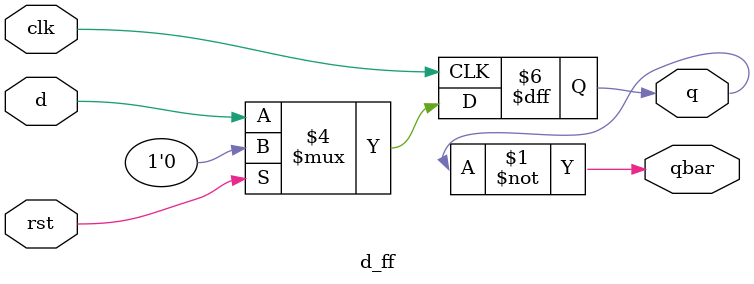
<source format=v>
module d_ff(input clk,rst,d,output q,qbar);
reg q;

assign qbar = ~q;

always @(posedge clk)
begin
    if(rst)
        q <= 0;
    else
        q <= d;   
end
endmodule
</source>
